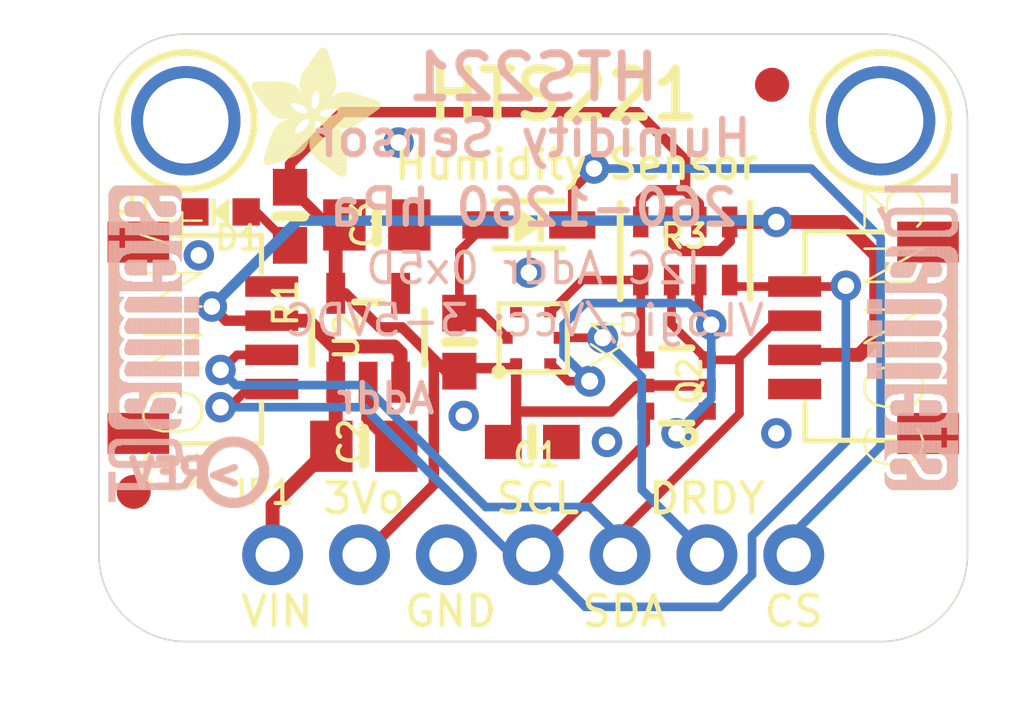
<source format=kicad_pcb>
(kicad_pcb (version 20211014) (generator pcbnew)
  (layers (0 "F.Cu" signal) (31 "B.Cu" signal) (34 "B.Paste" user) (35 "F.Paste" user) (36 "B.SilkS" user "B.Silkscreen") (37 "F.SilkS" user "F.Silkscreen") (38 "B.Mask" user) (39 "F.Mask" user) (44 "Edge.Cuts" user))
  (net 0 "")
  (net 1 "GND")
  (net 2 "3.3V")
  (net 3 "VCC")
  (net 4 "N$1")
  (net 5 "SDA_3V")
  (net 6 "SCL_3V")
  (net 7 "CS_3V")
  (net 8 "SDA")
  (net 9 "SCL")
  (net 10 "CS")
  (net 11 "DRDY")
  (footprint "boardEagle:SOT23-5" (layer "F.Cu") (at 143.6751 105.0036)
    (fp_text reference "U2" (at -0.635 -0.816 90) (layer "F.SilkS") (effects (font (size 0.692831 0.692831) (thickness 0.119969)) (justify right)))
    (fp_text value "AP2112K-3.3")
    (pad "1" smd rect (at -0.95 1.3001) (size 0.55 1.2) (layers "F.Cu" "F.Paste" "F.Mask") (net 3 "VCC"))
    (pad "2" smd rect (at 0 1.3001) (size 0.55 1.2) (layers "F.Cu" "F.Paste" "F.Mask") (net 1 "GND"))
    (pad "3" smd rect (at 0.95 1.3001) (size 0.55 1.2) (layers "F.Cu" "F.Paste" "F.Mask") (net 3 "VCC"))
    (pad "4" smd rect (at 0.95 -1.3001) (size 0.55 1.2) (layers "F.Cu" "F.Paste" "F.Mask"))
    (pad "5" smd rect (at -0.95 -1.3001) (size 0.55 1.2) (layers "F.Cu" "F.Paste" "F.Mask") (net 2 "3.3V"))
  )
  (footprint "boardEagle:CHIPLED_0603_NOOUTLINE" (layer "F.Cu") (at 139.3571 101.3206 90)
    (fp_text reference "D1" (at -0.762 1.27) (layer "F.SilkS") (effects (font (size 0.692831 0.692831) (thickness 0.119969)) (justify right)))
    (fp_text value "GREEN")
    (pad "A" smd rect (at 0 0.75 90) (size 0.8 0.8) (layers "F.Cu" "F.Paste" "F.Mask") (net 4 "N$1"))
    (pad "C" smd rect (at 0 -0.75 90) (size 0.8 0.8) (layers "F.Cu" "F.Paste" "F.Mask") (net 1 "GND"))
  )
  (footprint "boardEagle:JST_SH4" (layer "F.Cu") (at 158.6611 105.0036 90)
    (fp_text reference "CONN3" (at -4.092 0.45 90) (layer "F.SilkS") (effects (font (size 1.703222 1.703222) (thickness 0.074778)) (justify left)))
    (fp_text value "STEMMA_I2C_QT" hide)
    (pad "1" smd rect (at -1.5 -2.514 180) (size 1.55 0.6) (layers "F.Cu" "F.Paste" "F.Mask") (net 1 "GND"))
    (pad "2" smd rect (at -0.5 -2.514 180) (size 1.55 0.6) (layers "F.Cu" "F.Paste" "F.Mask") (net 3 "VCC"))
    (pad "3" smd rect (at 0.5 -2.514 180) (size 1.55 0.6) (layers "F.Cu" "F.Paste" "F.Mask") (net 8 "SDA"))
    (pad "4" smd rect (at 1.5 -2.514 180) (size 1.55 0.6) (layers "F.Cu" "F.Paste" "F.Mask") (net 9 "SCL"))
    (pad "MT1" smd rect (at -2.8 1.386 180) (size 1.8 1.2) (layers "F.Cu" "F.Paste" "F.Mask"))
    (pad "MT2" smd rect (at 2.8 1.386 180) (size 1.8 1.2) (layers "F.Cu" "F.Paste" "F.Mask"))
  )
  (footprint "boardEagle:RESPACK_4X0603" (layer "F.Cu") (at 152.9461 102.4636 180)
    (fp_text reference "R3" (at -0.711 0.432) (layer "F.SilkS") (effects (font (size 0.692831 0.692831) (thickness 0.119969)) (justify right)))
    (fp_text value "10K")
    (pad "1" smd rect (at -1.3 0.85 180) (size 0.45 0.9) (layers "F.Cu" "F.Paste" "F.Mask") (net 3 "VCC"))
    (pad "2" smd rect (at -0.4 0.85 180) (size 0.45 0.9) (layers "F.Cu" "F.Paste" "F.Mask") (net 2 "3.3V"))
    (pad "3" smd rect (at 0.4 0.85 180) (size 0.45 0.9) (layers "F.Cu" "F.Paste" "F.Mask") (net 3 "VCC"))
    (pad "4" smd rect (at 1.3 0.85 180) (size 0.45 0.9) (layers "F.Cu" "F.Paste" "F.Mask") (net 2 "3.3V"))
    (pad "5" smd rect (at 1.3 -0.85 180) (size 0.45 0.9) (layers "F.Cu" "F.Paste" "F.Mask") (net 5 "SDA_3V"))
    (pad "6" smd rect (at 0.4 -0.85 180) (size 0.45 0.9) (layers "F.Cu" "F.Paste" "F.Mask") (net 8 "SDA"))
    (pad "7" smd rect (at -0.4 -0.85 180) (size 0.45 0.9) (layers "F.Cu" "F.Paste" "F.Mask") (net 6 "SCL_3V"))
    (pad "8" smd rect (at -1.3 -0.85 180) (size 0.45 0.9) (layers "F.Cu" "F.Paste" "F.Mask") (net 9 "SCL"))
  )
  (footprint "boardEagle:MOUNTINGHOLE_2.5_PLATED" (layer "F.Cu") (at 138.3411 98.6536)
    (fp_text reference "U$1" hide)
    (fp_text value "MOUNTINGHOLE2.5" hide)
    (pad "P$1" thru_hole circle (at 0 0) (size 3.2 3.2) (drill 2.5) (layers *.Cu *.Mask))
  )
  (footprint "boardEagle:SOT363" (layer "F.Cu") (at 152.6921 106.4006 90)
    (fp_text reference "Q2" (at -0.635 0.381 90) (layer "F.SilkS") (effects (font (size 0.692831 0.692831) (thickness 0.119969)) (justify left)))
    (fp_text value "BSS138")
    (pad "1" smd rect (at -0.75 0.9 90) (size 0.5 0.5) (layers "F.Cu" "F.Paste" "F.Mask") (net 6 "SCL_3V"))
    (pad "2" smd rect (at 0 0.9 90) (size 0.4 0.5) (layers "F.Cu" "F.Paste" "F.Mask") (net 2 "3.3V"))
    (pad "3" smd rect (at 0.75 0.9 90) (size 0.5 0.5) (layers "F.Cu" "F.Paste" "F.Mask") (net 8 "SDA"))
    (pad "4" smd rect (at 0.75 -0.9 90) (size 0.5 0.5) (layers "F.Cu" "F.Paste" "F.Mask") (net 5 "SDA_3V"))
    (pad "5" smd rect (at 0 -0.9 90) (size 0.4 0.5) (layers "F.Cu" "F.Paste" "F.Mask") (net 2 "3.3V"))
    (pad "6" smd rect (at -0.75 -0.9 90) (size 0.5 0.5) (layers "F.Cu" "F.Paste" "F.Mask") (net 9 "SCL"))
  )
  (footprint "boardEagle:SOD-323" (layer "F.Cu") (at 148.3741 101.7016 180)
    (fp_text reference "D2" hide)
    (fp_text value "1N4148")
    (pad "A" smd rect (at 1.27 0 180) (size 1.35 0.8) (layers "F.Cu" "F.Paste" "F.Mask") (net 7 "CS_3V"))
    (pad "C" smd rect (at -1.27 0 180) (size 1.35 0.8) (layers "F.Cu" "F.Paste" "F.Mask") (net 10 "CS"))
  )
  (footprint "boardEagle:0805-NO" (layer "F.Cu") (at 143.9291 101.7016)
    (fp_text reference "C3" (at -0.381 -0.762 90) (layer "F.SilkS") (effects (font (size 0.692831 0.692831) (thickness 0.119969)) (justify right)))
    (fp_text value "10uF")
    (pad "1" smd rect (at -0.95 0) (size 1.24 1.5) (layers "F.Cu" "F.Paste" "F.Mask") (net 2 "3.3V"))
    (pad "2" smd rect (at 0.95 0) (size 1.24 1.5) (layers "F.Cu" "F.Paste" "F.Mask") (net 1 "GND"))
  )
  (footprint "boardEagle:FIDUCIAL_1MM" (layer "F.Cu") (at 136.8171 109.5121)
    (fp_text reference "FID3" hide)
    (fp_text value "FIDUCIAL_1MM" hide)
    (pad "1" smd roundrect (at 0 0) (size 1 1) (layers "F.Cu" "F.Mask") (roundrect_rratio 0.5))
  )
  (footprint "boardEagle:JST_SH4" (layer "F.Cu") (at 138.3411 105.0036 -90)
    (fp_text reference "CONN4" (at -3.965 0.323 90) (layer "F.SilkS") (effects (font (size 1.703222 1.703222) (thickness 0.074778)) (justify right)))
    (fp_text value "STEMMA_I2C_QT" hide)
    (pad "1" smd rect (at -1.5 -2.514) (size 1.55 0.6) (layers "F.Cu" "F.Paste" "F.Mask") (net 1 "GND"))
    (pad "2" smd rect (at -0.5 -2.514) (size 1.55 0.6) (layers "F.Cu" "F.Paste" "F.Mask") (net 3 "VCC"))
    (pad "3" smd rect (at 0.5 -2.514) (size 1.55 0.6) (layers "F.Cu" "F.Paste" "F.Mask") (net 8 "SDA"))
    (pad "4" smd rect (at 1.5 -2.514) (size 1.55 0.6) (layers "F.Cu" "F.Paste" "F.Mask") (net 9 "SCL"))
    (pad "MT1" smd rect (at -2.8 1.386) (size 1.8 1.2) (layers "F.Cu" "F.Paste" "F.Mask"))
    (pad "MT2" smd rect (at 2.8 1.386) (size 1.8 1.2) (layers "F.Cu" "F.Paste" "F.Mask"))
  )
  (footprint "" (layer "F.Cu") (at 138.3411 111.3536)
    (fp_text reference "@HOLE0" hide)
    (fp_text value "" (at 0 0) (layer "F.SilkS") (effects (font (size 1.27 1.27))))
    (pad "" np_thru_hole circle (at 0 0) (size 2.54 2.54) (drill 2.54) (layers *.Cu *.Mask))
  )
  (footprint "boardEagle:MOUNTINGHOLE_2.5_PLATED" (layer "F.Cu") (at 158.6611 98.6536)
    (fp_text reference "U$17" hide)
    (fp_text value "MOUNTINGHOLE2.5" hide)
    (pad "P$1" thru_hole circle (at 0 0) (size 3.2 3.2) (drill 2.5) (layers *.Cu *.Mask))
  )
  (footprint "boardEagle:FIDUCIAL_1MM" (layer "F.Cu") (at 155.4861 97.5995)
    (fp_text reference "FID4" hide)
    (fp_text value "FIDUCIAL_1MM" hide)
    (pad "1" smd roundrect (at 0 0) (size 1 1) (layers "F.Cu" "F.Mask") (roundrect_rratio 0.5))
  )
  (footprint "boardEagle:0805-NO" (layer "F.Cu") (at 143.5481 108.1786)
    (fp_text reference "C2" (at -0.381 -0.889 90) (layer "F.SilkS") (effects (font (size 0.692831 0.692831) (thickness 0.119969)) (justify right)))
    (fp_text value "10uF")
    (pad "1" smd rect (at -0.95 0) (size 1.24 1.5) (layers "F.Cu" "F.Paste" "F.Mask") (net 3 "VCC"))
    (pad "2" smd rect (at 0.95 0) (size 1.24 1.5) (layers "F.Cu" "F.Paste" "F.Mask") (net 1 "GND"))
  )
  (footprint "boardEagle:0603-NO" (layer "F.Cu") (at 148.4757 108.0516)
    (fp_text reference "C1" (at -0.635 0.381) (layer "F.SilkS") (effects (font (size 0.692831 0.692831) (thickness 0.119969)) (justify left)))
    (fp_text value "0.1uF")
    (pad "1" smd rect (at -0.85 0) (size 1.075 1) (layers "F.Cu" "F.Paste" "F.Mask") (net 2 "3.3V"))
    (pad "2" smd rect (at 0.85 0) (size 1.075 1) (layers "F.Cu" "F.Paste" "F.Mask") (net 1 "GND"))
  )
  (footprint "boardEagle:0603-NO" (layer "F.Cu") (at 146.3421 105.1306 -90)
    (fp_text reference "R5" hide)
    (fp_text value "10K")
    (pad "1" smd rect (at -0.85 0 270) (size 1.075 1) (layers "F.Cu" "F.Paste" "F.Mask") (net 7 "CS_3V"))
    (pad "2" smd rect (at 0.85 0 270) (size 1.075 1) (layers "F.Cu" "F.Paste" "F.Mask") (net 2 "3.3V"))
  )
  (footprint "" (layer "F.Cu") (at 158.6611 111.3536)
    (fp_text reference "@HOLE1" hide)
    (fp_text value "" (at 0 0) (layer "F.SilkS") (effects (font (size 1.27 1.27))))
    (pad "" np_thru_hole circle (at 0 0) (size 2.54 2.54) (drill 2.54) (layers *.Cu *.Mask))
  )
  (footprint "boardEagle:0603-NO" (layer "F.Cu") (at 141.3891 101.4476 -90)
    (fp_text reference "R1" (at 1.778 0.127 90) (layer "F.SilkS") (effects (font (size 0.692831 0.692831) (thickness 0.119969)) (justify right)))
    (fp_text value "10K")
    (pad "1" smd rect (at -0.85 0 270) (size 1.075 1) (layers "F.Cu" "F.Paste" "F.Mask") (net 2 "3.3V"))
    (pad "2" smd rect (at 0.85 0 270) (size 1.075 1) (layers "F.Cu" "F.Paste" "F.Mask") (net 4 "N$1"))
  )
  (footprint "boardEagle:1X07_ROUND_70" (layer "F.Cu") (at 148.5011 111.3536)
    (fp_text reference "JP1" (at -8.9662 -1.8288) (layer "F.SilkS") (effects (font (size 0.692831 0.692831) (thickness 0.119969)) (justify left)))
    (fp_text value "")
    (pad "1" thru_hole circle (at -7.62 0 90) (size 1.778 1.778) (drill 1) (layers *.Cu *.Mask) (net 3 "VCC"))
    (pad "2" thru_hole circle (at -5.08 0 90) (size 1.778 1.778) (drill 1) (layers *.Cu *.Mask) (net 2 "3.3V"))
    (pad "3" thru_hole circle (at -2.54 0 90) (size 1.778 1.778) (drill 1) (layers *.Cu *.Mask) (net 1 "GND"))
    (pad "4" thru_hole circle (at 0 0 90) (size 1.778 1.778) (drill 1) (layers *.Cu *.Mask) (net 9 "SCL"))
    (pad "5" thru_hole circle (at 2.54 0 90) (size 1.778 1.778) (drill 1) (layers *.Cu *.Mask) (net 8 "SDA"))
    (pad "6" thru_hole circle (at 5.08 0 90) (size 1.778 1.778) (drill 1) (layers *.Cu *.Mask) (net 11 "DRDY"))
    (pad "7" thru_hole circle (at 7.62 0 90) (size 1.778 1.778) (drill 1) (layers *.Cu *.Mask) (net 10 "CS"))
  )
  (footprint "boardEagle:ADAFRUIT_3.5MM" (layer "F.Cu") (at 140.2461 100.3046)
    (fp_text reference "U$4" hide)
    (fp_text value "" hide)
  )
  (footprint "boardEagle:HLGA-6L" (layer "F.Cu") (at 148.5011 105.0036 90)
    (fp_text reference "X1" (at -1 2.2 90) (layer "F.SilkS") (effects (font (size 0.941222 0.941222) (thickness 0.074778)) (justify left)))
    (fp_text value "HTS221")
    (pad "1" smd rect (at -0.75 -0.5 270) (size 0.3 0.35) (layers "F.Cu" "F.Paste" "F.Mask") (net 2 "3.3V"))
    (pad "2" smd rect (at -0.75 0.5 270) (size 0.3 0.35) (layers "F.Cu" "F.Paste" "F.Mask") (net 6 "SCL_3V"))
    (pad "3" smd rect (at 0 0.75 180) (size 0.3 0.35) (layers "F.Cu" "F.Paste" "F.Mask") (net 11 "DRDY"))
    (pad "4" smd rect (at 0.75 0.5 270) (size 0.3 0.35) (layers "F.Cu" "F.Paste" "F.Mask") (net 5 "SDA_3V"))
    (pad "5" smd rect (at 0.75 -0.5 270) (size 0.3 0.35) (layers "F.Cu" "F.Paste" "F.Mask") (net 1 "GND"))
    (pad "6" smd rect (at 0 -0.75 180) (size 0.3 0.35) (layers "F.Cu" "F.Paste" "F.Mask") (net 7 "CS_3V"))
  )
  (footprint "boardEagle:PCBFEAT-REV-040" (layer "B.Cu") (at 139.7381 108.9406 180)
    (fp_text reference "U$25" hide)
    (fp_text value "" hide)
    (fp_text user ">REV" (at -0.3556 -0.508) (layer "B.SilkS") (effects (font (size 0.8128 0.8128) (thickness 0.2032)) (justify left bottom mirror)))
  )
  (footprint "boardEagle:STEMMAQT" (layer "B.Cu") (at 138.7221 100.5586 -90)
    (fp_text reference "U$31" hide)
    (fp_text value "" hide)
  )
  (footprint "boardEagle:STEMMAQT" (layer "B.Cu") (at 158.2801 109.4486 90)
    (fp_text reference "U$30" hide)
    (fp_text value "" hide)
  )
  (gr_arc (start 138.3411 113.8936) (mid 136.545049 113.149651) (end 135.8011 111.3536) (layer "Edge.Cuts") (width 0.05))
  (gr_arc (start 135.8011 98.6536) (mid 136.545049 96.857549) (end 138.3411 96.1136) (layer "Edge.Cuts") (width 0.05))
  (gr_line (start 161.2011 111.3536) (end 161.2011 98.6536) (layer "Edge.Cuts") (width 0.05))
  (gr_line (start 158.6611 96.1136) (end 138.3411 96.1136) (layer "Edge.Cuts") (width 0.05))
  (gr_line (start 138.3411 113.8936) (end 158.6611 113.8936) (layer "Edge.Cuts") (width 0.05))
  (gr_arc (start 161.2011 111.3536) (mid 160.457151 113.149651) (end 158.6611 113.8936) (layer "Edge.Cuts") (width 0.05))
  (gr_line (start 135.8011 98.6536) (end 135.8011 111.3536) (layer "Edge.Cuts") (width 0.05))
  (gr_arc (start 158.6611 96.1136) (mid 160.457151 96.857549) (end 161.2011 98.6536) (layer "Edge.Cuts") (width 0.05))
  (gr_text "I2C Addr 0x5D" (at 148.5011 102.9716) (layer "B.SilkS") (effects (font (size 0.89408 0.89408) (thickness 0.12192)) (justify mirror)))
  (gr_text "Addr" (at 144.1831 106.7816) (layer "B.SilkS") (effects (font (size 0.8636 0.8636) (thickness 0.1524)) (justify mirror)))
  (gr_text "HTS221" (at 148.5011 97.3836) (layer "B.SilkS") (effects (font (size 1.2954 1.2954) (thickness 0.2286)) (justify mirror)))
  (gr_text "Humidity Sensor" (at 148.5011 99.1616) (layer "B.SilkS") (effects (font (size 1.03632 1.03632) (thickness 0.18288)) (justify mirror)))
  (gr_text "260-1260 hPa" (at 148.5011 101.1936) (layer "B.SilkS") (effects (font (size 1.03632 1.03632) (thickness 0.18288)) (justify mirror)))
  (gr_text "VLogic/Vcc: 3-5VDC" (at 148.2471 104.4956) (layer "B.SilkS") (effects (font (size 0.89408 0.89408) (thickness 0.12192)) (justify mirror)))
  (gr_text "DRDY" (at 153.5811 109.7026) (layer "F.SilkS") (effects (font (size 0.87376 0.87376) (thickness 0.14224))))
  (gr_text "VIN" (at 141.0081 113.0046) (layer "F.SilkS") (effects (font (size 0.87376 0.87376) (thickness 0.14224))))
  (gr_text "HTS221" (at 149.3901 97.8916) (layer "F.SilkS") (effects (font (size 1.40335 1.40335) (thickness 0.24765))))
  (gr_text "Humidity Sensor" (at 149.7711 99.9236) (layer "F.SilkS") (effects (font (size 0.8636 0.8636) (thickness 0.1524))))
  (gr_text "GND" (at 146.0881 113.0046) (layer "F.SilkS") (effects (font (size 0.87376 0.87376) (thickness 0.14224))))
  (gr_text "3Vo" (at 143.5481 109.7026) (layer "F.SilkS") (effects (font (size 0.87376 0.87376) (thickness 0.14224))))
  (gr_text "CS" (at 156.1211 113.0046) (layer "F.SilkS") (effects (font (size 0.87376 0.87376) (thickness 0.14224))))
  (gr_text "SDA" (at 151.1681 113.0046) (layer "F.SilkS") (effects (font (size 0.87376 0.87376) (thickness 0.14224))))
  (gr_text "on" (at 136.0551 101.4476) (layer "F.SilkS") (effects (font (size 0.89408 0.89408) (thickness 0.12192)) (justify left bottom)))
  (gr_text "SCL" (at 148.6281 109.7026) (layer "F.SilkS") (effects (font (size 0.87376 0.87376) (thickness 0.14224))))
  (segment (start 143.6751 107.3556) (end 144.4981 108.1786) (width 0.4064) (layer "F.Cu") (net 1))
  (segment (start 143.6751 106.3037) (end 143.6751 107.3556) (width 0.4064) (layer "F.Cu") (net 1))
  (via (at 148.3741 103.0986) (size 0.889) (drill 0.4826) (layers "F.Cu" "B.Cu") (net 1))
  (via (at 144.5641 99.2886) (size 0.889) (drill 0.4826) (layers "F.Cu" "B.Cu") (net 1))
  (via (at 150.6601 108.0516) (size 0.889) (drill 0.4826) (layers "F.Cu" "B.Cu") (net 1))
  (via (at 138.7221 102.5906) (size 0.889) (drill 0.4826) (layers "F.Cu" "B.Cu") (net 1))
  (via (at 146.4691 107.2896) (size 0.889) (drill 0.4826) (layers "F.Cu" "B.Cu") (net 1))
  (via (at 155.6131 107.7976) (size 0.889) (drill 0.4826) (layers "F.Cu" "B.Cu") (net 1))
  (segment (start 144.668568 104.6988) (end 145.594234 105.624466) (width 0.3048) (layer "F.Cu") (net 2))
  (segment (start 142.7251 103.7035) (end 142.7251 101.9556) (width 0.4064) (layer "F.Cu") (net 2))
  (segment (start 151.9301 100.6856) (end 151.6461 100.9696) (width 0.3048) (layer "F.Cu") (net 2))
  (segment (start 147.8621 105.8926) (end 146.4301 105.8926) (width 0.3048) (layer "F.Cu") (net 2))
  (segment (start 151.7921 106.4006) (end 153.5921 106.4006) (width 0.3048) (layer "F.Cu") (net 2))
  (segment (start 145.594234 109.307466) (end 143.5481 111.3536) (width 0.3048) (layer "F.Cu") (net 2))
  (segment (start 141.3891 100.5976) (end 142.4931 101.7016) (width 0.3048) (layer "F.Cu") (net 2))
  (segment (start 142.9131 98.3996) (end 151.5491 98.3996) (width 0.3048) (layer "F.Cu") (net 2))
  (segment (start 148.0011 107.6762) (end 147.6257 108.0516) (width 0.3048) (layer "F.Cu") (net 2))
  (segment (start 148.0011 105.7536) (end 148.0011 107.1626) (width 0.3048) (layer "F.Cu") (net 2))
  (segment (start 151.5491 98.3996) (end 152.9461 99.7966) (width 0.3048) (layer "F.Cu") (net 2))
  (segment (start 141.3891 99.9236) (end 142.9131 98.3996) (width 0.3048) (layer "F.Cu") (net 2))
  (segment (start 144.0053 104.6988) (end 144.668568 104.6988) (width 0.3048) (layer "F.Cu") (net 2))
  (segment (start 148.0011 105.7536) (end 147.8621 105.8926) (width 0.3048) (layer "F.Cu") (net 2))
  (segment (start 153.3461 101.6136) (end 153.3461 101.0856) (width 0.3048) (layer "F.Cu") (net 2))
  (segment (start 145.594234 105.624466) (end 145.594234 109.307466) (width 0.3048) (layer "F.Cu") (net 2))
  (segment (start 150.777206 107.1626) (end 148.0011 107.1626) (width 0.3048) (layer "F.Cu") (net 2))
  (segment (start 142.7251 101.9556) (end 142.9791 101.7016) (width 0.4064) (layer "F.Cu") (net 2))
  (segment (start 152.9461 100.6856) (end 151.9301 100.6856) (width 0.3048) (layer "F.Cu") (net 2))
  (segment (start 143.5481 111.3536) (end 143.4211 111.3536) (width 0.3048) (layer "F.Cu") (net 2))
  (segment (start 146.3421 105.9806) (end 146.4301 105.8926) (width 0.3048) (layer "F.Cu") (net 2))
  (segment (start 151.6461 100.9696) (end 151.6461 101.6136) (width 0.3048) (layer "F.Cu") (net 2))
  (segment (start 145.594234 105.624466) (end 145.950368 105.9806) (width 0.3048) (layer "F.Cu") (net 2))
  (segment (start 141.3891 100.5976) (end 141.3891 99.9236) (width 0.3048) (layer "F.Cu") (net 2))
  (segment (start 153.3461 101.0856) (end 152.9461 100.6856) (width 0.3048) (layer "F.Cu") (net 2))
  (segment (start 152.9461 99.7966) (end 152.9461 100.6856) (width 0.3048) (layer "F.Cu") (net 2))
  (segment (start 142.7251 103.7035) (end 143.01 103.7035) (width 0.3048) (layer "F.Cu") (net 2))
  (segment (start 143.01 103.7035) (end 144.0053 104.6988) (width 0.3048) (layer "F.Cu") (net 2))
  (segment (start 151.7747 106.418) (end 151.521806 106.418) (width 0.3048) (layer "F.Cu") (net 2))
  (segment (start 151.7921 106.4006) (end 151.7747 106.418) (width 0.3048) (layer "F.Cu") (net 2))
  (segment (start 151.521806 106.418) (end 150.777206 107.1626) (width 0.3048) (layer "F.Cu") (net 2))
  (segment (start 148.0011 107.1626) (end 148.0011 107.6762) (width 0.3048) (layer "F.Cu") (net 2))
  (segment (start 145.950368 105.9806) (end 146.3421 105.9806) (width 0.3048) (layer "F.Cu") (net 2))
  (segment (start 142.4931 101.7016) (end 142.9791 101.7016) (width 0.3048) (layer "F.Cu") (net 2))
  (segment (start 139.5175 104.5036) (end 139.1031 104.0892) (width 0.3048) (layer "F.Cu") (net 3))
  (segment (start 158.5341 102.5906) (end 158.5341 105.0036) (width 0.4064) (layer "F.Cu") (net 3))
  (segment (start 144.6251 106.3037) (end 144.6251 105.4456) (width 0.4064) (layer "F.Cu") (net 3))
  (segment (start 140.8551 104.5036) (end 139.5175 104.5036) (width 0.3048) (layer "F.Cu") (net 3))
  (segment (start 142.7251 105.3186) (end 142.7251 106.3037) (width 0.4064) (layer "F.Cu") (net 3))
  (segment (start 152.5461 102.1906) (end 152.8191 102.4636) (width 0.3048) (layer "F.Cu") (net 3))
  (segment (start 157.5571 101.6136) (end 158.5341 102.5906) (width 0.4064) (layer "F.Cu") (net 3))
  (segment (start 158.0341 105.5036) (end 156.1471 105.5036) (width 0.4064) (layer "F.Cu") (net 3))
  (segment (start 144.6251 105.4456) (end 144.4371 105.2576) (width 0.4064) (layer "F.Cu") (net 3))
  (segment (start 154.2461 101.6136) (end 155.6131 101.6136) (width 0.4064) (layer "F.Cu") (net 3))
  (segment (start 144.4371 105.2576) (end 142.7861 105.2576) (width 0.4064) (layer "F.Cu") (net 3))
  (segment (start 152.8191 102.4636) (end 153.9621 102.4636) (width 0.3048) (layer "F.Cu") (net 3))
  (segment (start 154.2461 102.1796) (end 154.2461 101.6136) (width 0.3048) (layer "F.Cu") (net 3))
  (segment (start 152.5461 101.6136) (end 152.5461 102.1906) (width 0.3048) (layer "F.Cu") (net 3))
  (segment (start 158.5341 105.0036) (end 158.0341 105.5036) (width 0.4064) (layer "F.Cu") (net 3))
  (segment (start 141.9101 104.5036) (end 142.7251 105.3186) (width 0.4064) (layer "F.Cu") (net 3))
  (segment (start 140.8811 111.3536) (end 140.8811 109.8956) (width 0.4064) (layer "F.Cu") (net 3))
  (segment (start 142.7861 105.2576) (end 142.7251 105.3186) (width 0.4064) (layer "F.Cu") (net 3))
  (segment (start 155.6131 101.6136) (end 157.5571 101.6136) (width 0.4064) (layer "F.Cu") (net 3))
  (segment (start 140.8811 109.8956) (end 142.5981 108.1786) (width 0.4064) (layer "F.Cu") (net 3))
  (segment (start 140.8551 104.5036) (end 141.9101 104.5036) (width 0.4064) (layer "F.Cu") (net 3))
  (segment (start 153.9621 102.4636) (end 154.2461 102.1796) (width 0.3048) (layer "F.Cu") (net 3))
  (segment (start 142.7251 106.3037) (end 142.7251 108.0516) (width 0.4064) (layer "F.Cu") (net 3))
  (segment (start 142.7251 108.0516) (end 142.5981 108.1786) (width 0.4064) (layer "F.Cu") (net 3))
  (via (at 139.1031 104.0892) (size 0.889) (drill 0.4826) (layers "F.Cu" "B.Cu") (net 3))
  (via (at 155.6131 101.6136) (size 0.889) (drill 0.4826) (layers "F.Cu" "B.Cu") (net 3))
  (segment (start 141.6177 101.5746) (end 155.6131 101.5746) (width 0.3048) (layer "B.Cu") (net 3))
  (segment (start 139.1031 104.0892) (end 141.6177 101.5746) (width 0.3048) (layer "B.Cu") (net 3))
  (segment (start 155.6131 101.5746) (end 155.6131 101.6136) (width 0.3048) (layer "B.Cu") (net 3))
  (segment (start 140.1071 101.3206) (end 140.4121 101.3206) (width 0.254) (layer "F.Cu") (net 4))
  (segment (start 140.4121 101.3206) (end 141.3891 102.2976) (width 0.254) (layer "F.Cu") (net 4))
  (segment (start 151.6461 103.3136) (end 151.6461 105.5046) (width 0.254) (layer "F.Cu") (net 5))
  (segment (start 149.9411 103.3136) (end 151.6461 103.3136) (width 0.254) (layer "F.Cu") (net 5))
  (segment (start 149.0011 104.2536) (end 149.9411 103.3136) (width 0.254) (layer "F.Cu") (net 5))
  (segment (start 151.6461 105.5046) (end 151.7921 105.6506) (width 0.254) (layer "F.Cu") (net 5))
  (segment (start 152.6921 107.7976) (end 152.9451 107.7976) (width 0.254) (layer "F.Cu") (net 6))
  (segment (start 149.0011 105.7536) (end 149.5211 106.2736) (width 0.254) (layer "F.Cu") (net 6))
  (segment (start 153.3461 103.3136) (end 153.3461 104.2606) (width 0.254) (layer "F.Cu") (net 6))
  (segment (start 152.9451 107.7976) (end 153.5921 107.1506) (width 0.254) (layer "F.Cu") (net 6))
  (segment (start 153.3461 104.2606) (end 153.7081 104.6226) (width 0.254) (layer "F.Cu") (net 6))
  (segment (start 149.5211 106.2736) (end 150.1521 106.2736) (width 0.254) (layer "F.Cu") (net 6))
  (via (at 152.6921 107.7976) (size 0.889) (drill 0.4826) (layers "F.Cu" "B.Cu") (net 6))
  (via (at 153.7081 104.6226) (size 0.889) (drill 0.4826) (layers "F.Cu" "B.Cu") (net 6))
  (via (at 150.1521 106.2736) (size 0.9064) (drill 0.5) (layers "F.Cu" "B.Cu") (net 6))
  (segment (start 153.7081 104.6226) (end 153.7081 106.7816) (width 0.254) (layer "B.Cu") (net 6))
  (segment (start 149.3901 105.5116) (end 149.3901 104.6226) (width 0.254) (layer "B.Cu") (net 6))
  (segment (start 149.3901 104.6226) (end 150.0251 103.9876) (width 0.254) (layer "B.Cu") (net 6))
  (segment (start 150.1521 106.2736) (end 149.3901 105.5116) (width 0.254) (layer "B.Cu") (net 6))
  (segment (start 150.0251 103.9876) (end 153.0731 103.9876) (width 0.254) (layer "B.Cu") (net 6))
  (segment (start 153.0731 103.9876) (end 153.7081 104.6226) (width 0.254) (layer "B.Cu") (net 6))
  (segment (start 153.7081 106.7816) (end 152.6921 107.7976) (width 0.254) (layer "B.Cu") (net 6))
  (segment (start 147.0161 104.2806) (end 146.3421 104.2806) (width 0.254) (layer "F.Cu") (net 7))
  (segment (start 146.3421 104.2806) (end 146.3421 102.4636) (width 0.254) (layer "F.Cu") (net 7))
  (segment (start 146.3421 102.4636) (end 147.1041 101.7016) (width 0.254) (layer "F.Cu") (net 7))
  (segment (start 147.7511 105.0036) (end 147.7391 105.0036) (width 0.254) (layer "F.Cu") (net 7))
  (segment (start 147.7391 105.0036) (end 147.0161 104.2806) (width 0.254) (layer "F.Cu") (net 7))
  (segment (start 154.5336 105.5751) (end 154.5336 107.2261) (width 0.254) (layer "F.Cu") (net 8))
  (segment (start 139.8391 105.5036) (end 139.3993 105.9434) (width 0.254) (layer "F.Cu") (net 8))
  (segment (start 156.1471 104.5036) (end 155.6051 104.5036) (width 0.254) (layer "F.Cu") (net 8))
  (segment (start 151.0411 110.7186) (end 151.0411 111.3536) (width 0.254) (layer "F.Cu") (net 8))
  (segment (start 154.4701 105.6626) (end 154.4581 105.6506) (width 0.254) (layer "F.Cu") (net 8))
  (segment (start 155.6051 104.5036) (end 154.5336 105.5751) (width 0.254) (layer "F.Cu") (net 8))
  (segment (start 139.3993 105.9434) (end 139.3571 105.9434) (width 0.254) (layer "F.Cu") (net 8))
  (segment (start 154.4581 105.6506) (end 153.5921 105.6506) (width 0.254) (layer "F.Cu") (net 8))
  (segment (start 140.8551 105.5036) (end 139.8391 105.5036) (width 0.254) (layer "F.Cu") (net 8))
  (segment (start 152.5461 103.3136) (end 152.5461 104.6046) (width 0.254) (layer "F.Cu") (net 8))
  (segment (start 152.5461 104.6046) (end 153.5921 105.6506) (width 0.254) (layer "F.Cu") (net 8))
  (segment (start 154.5336 105.5751) (end 154.4581 105.6506) (width 0.254) (layer "F.Cu") (net 8))
  (segment (start 154.5336 107.2261) (end 151.0411 110.7186) (width 0.254) (layer "F.Cu") (net 8))
  (via (at 139.3571 105.9434) (size 0.889) (drill 0.4826) (layers "F.Cu" "B.Cu") (net 8))
  (segment (start 151.0411 110.8456) (end 151.0411 111.3536) (width 0.254) (layer "B.Cu") (net 8))
  (segment (start 150.1521 109.9566) (end 151.0411 110.8456) (width 0.254) (layer "B.Cu") (net 8))
  (segment (start 143.546981 106.3879) (end 147.115681 109.9566) (width 0.254) (layer "B.Cu") (net 8))
  (segment (start 139.3571 105.9434) (end 139.8016 106.3879) (width 0.254) (layer "B.Cu") (net 8))
  (segment (start 143.546981 106.3879) (end 139.8016 106.3879) (width 0.254) (layer "B.Cu") (net 8))
  (segment (start 147.115681 109.9566) (end 150.1521 109.9566) (width 0.254) (layer "B.Cu") (net 8))
  (segment (start 140.8551 106.5036) (end 140.1431 106.5036) (width 0.254) (layer "F.Cu") (net 9))
  (segment (start 151.7921 108.0626) (end 148.5011 111.3536) (width 0.254) (layer "F.Cu") (net 9))
  (segment (start 154.4361 103.5036) (end 154.2461 103.3136) (width 0.254) (layer "F.Cu") (net 9))
  (segment (start 156.1471 103.5036) (end 154.4361 103.5036) (width 0.254) (layer "F.Cu") (net 9))
  (segment (start 140.1431 106.5036) (end 139.6111 107.0356) (width 0.254) (layer "F.Cu") (net 9))
  (segment (start 156.1471 103.5036) (end 157.6211 103.5036) (width 0.254) (layer "F.Cu") (net 9))
  (segment (start 139.6111 107.0356) (end 139.3571 107.0356) (width 0.254) (layer "F.Cu") (net 9))
  (segment (start 151.7921 107.1506) (end 151.7921 108.0626) (width 0.254) (layer "F.Cu") (net 9))
  (segment (start 157.6211 103.5036) (end 157.6451 103.4796) (width 0.254) (layer "F.Cu") (net 9))
  (via (at 139.3571 107.0356) (size 0.889) (drill 0.4826) (layers "F.Cu" "B.Cu") (net 9))
  (via (at 157.6451 103.4796) (size 0.889) (drill 0.4826) (layers "F.Cu" "B.Cu") (net 9))
  (segment (start 148.5011 111.3536) (end 150.0251 112.8776) (width 0.254) (layer "B.Cu") (net 9))
  (segment (start 153.9621 112.8776) (end 154.9019 111.9378) (width 0.254) (layer "B.Cu") (net 9))
  (segment (start 147.8661 111.3536) (end 148.5011 111.3536) (width 0.254) (layer "B.Cu") (net 9))
  (segment (start 147.8661 111.3536) (end 143.5481 107.0356) (width 0.254) (layer "B.Cu") (net 9))
  (segment (start 154.9019 111.9378) (end 154.9019 110.7948) (width 0.254) (layer "B.Cu") (net 9))
  (segment (start 150.0251 112.8776) (end 153.9621 112.8776) (width 0.254) (layer "B.Cu") (net 9))
  (segment (start 139.3571 107.0356) (end 143.5481 107.0356) (width 0.254) (layer "B.Cu") (net 9))
  (segment (start 157.6451 103.4796) (end 157.6451 108.0516) (width 0.254) (layer "B.Cu") (net 9))
  (segment (start 154.9019 110.7948) (end 157.6451 108.0516) (width 0.254) (layer "B.Cu") (net 9))
  (segment (start 150.2791 100.0506) (end 149.6441 100.6856) (width 0.254) (layer "F.Cu") (net 10))
  (segment (start 149.6441 100.6856) (end 149.6441 101.7016) (width 0.254) (layer "F.Cu") (net 10))
  (via (at 150.2791 100.0506) (size 0.889) (drill 0.4826) (layers "F.Cu" "B.Cu") (net 10))
  (segment (start 156.1211 110.7186) (end 156.1211 111.3536) (width 0.254) (layer "B.Cu") (net 10))
  (segment (start 158.6611 102.0826) (end 158.6611 108.1786) (width 0.254) (layer "B.Cu") (net 10))
  (segment (start 150.2791 100.0506) (end 156.6291 100.0506) (width 0.254) (layer "B.Cu") (net 10))
  (segment (start 158.6611 108.1786) (end 156.1211 110.7186) (width 0.254) (layer "B.Cu") (net 10))
  (segment (start 156.6291 100.0506) (end 158.6611 102.0826) (width 0.254) (layer "B.Cu") (net 10))
  (segment (start 149.2511 105.0036) (end 150.5331 105.0036) (width 0.254) (layer "F.Cu") (net 11))
  (via (at 150.5331 105.0036) (size 0.9064) (drill 0.5) (layers "F.Cu" "B.Cu") (net 11))
  (segment (start 151.6761 106.1466) (end 151.6761 109.4486) (width 0.254) (layer "B.Cu") (net 11))
  (segment (start 150.5331 105.0036) (end 151.6761 106.1466) (width 0.254) (layer "B.Cu") (net 11))
  (segment (start 151.6761 109.4486) (end 153.5811 111.3536) (width 0.254) (layer "B.Cu") (net 11))
)
</source>
